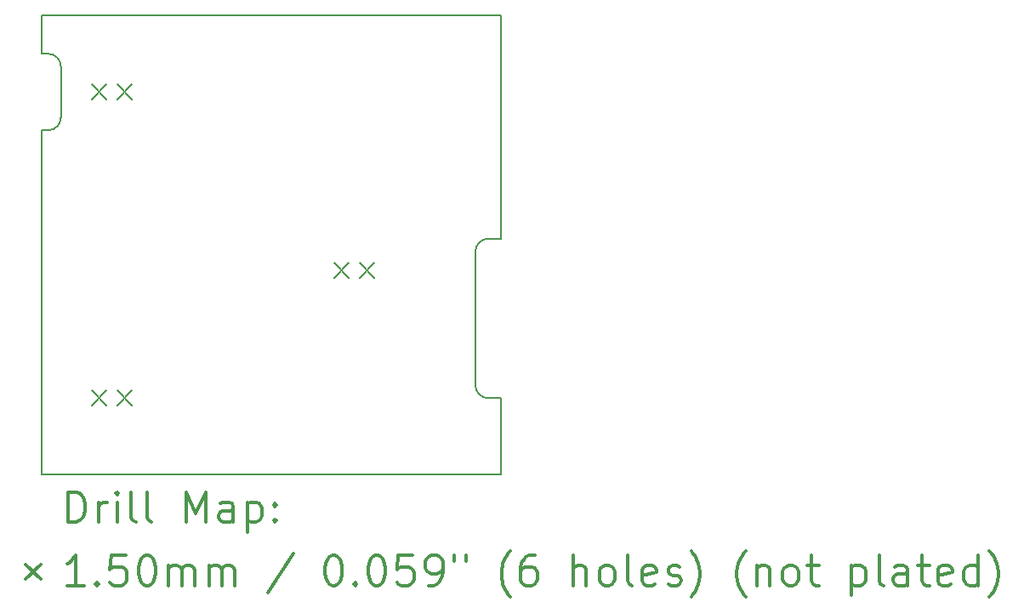
<source format=gbr>
%FSLAX45Y45*%
G04 Gerber Fmt 4.5, Leading zero omitted, Abs format (unit mm)*
G04 Created by KiCad (PCBNEW 4.0.7) date 08/08/18 17:07:15*
%MOMM*%
%LPD*%
G01*
G04 APERTURE LIST*
%ADD10C,0.127000*%
%ADD11C,0.150000*%
%ADD12C,0.200000*%
%ADD13C,0.300000*%
G04 APERTURE END LIST*
D10*
D11*
X16510000Y-12319000D02*
X16510000Y-12446000D01*
X16383000Y-12319000D02*
X16510000Y-12319000D01*
X16510000Y-10731500D02*
X16510000Y-10604500D01*
X16383000Y-10731500D02*
X16510000Y-10731500D01*
X11938000Y-9652000D02*
X12001500Y-9652000D01*
X11938000Y-9779000D02*
X11938000Y-9652000D01*
X11938000Y-8890000D02*
X12001500Y-8890000D01*
X11938000Y-8763000D02*
X11938000Y-8890000D01*
X11938000Y-9779000D02*
X11938000Y-13017500D01*
X12128500Y-9017000D02*
X12128500Y-9525000D01*
X11938000Y-8509000D02*
X11938000Y-8763000D01*
X16510000Y-13081000D02*
X16510000Y-12446000D01*
X16510000Y-10604500D02*
X16510000Y-8509000D01*
X16383000Y-10731500D02*
G75*
G03X16256000Y-10858500I0J-127000D01*
G01*
X16256000Y-12192000D02*
G75*
G03X16383000Y-12319000I127000J0D01*
G01*
X16256000Y-10858500D02*
X16256000Y-12192000D01*
X11938000Y-8509000D02*
X16510000Y-8509000D01*
X12001500Y-9652000D02*
G75*
G03X12128500Y-9525000I0J127000D01*
G01*
X12128500Y-9017000D02*
G75*
G03X12001500Y-8890000I-127000J0D01*
G01*
X16510000Y-13081000D02*
X11938000Y-13081000D01*
X11938000Y-13017500D02*
X11938000Y-13081000D01*
D12*
X12434500Y-9196000D02*
X12584500Y-9346000D01*
X12584500Y-9196000D02*
X12434500Y-9346000D01*
X12434500Y-12244000D02*
X12584500Y-12394000D01*
X12584500Y-12244000D02*
X12434500Y-12394000D01*
X12688500Y-9196000D02*
X12838500Y-9346000D01*
X12838500Y-9196000D02*
X12688500Y-9346000D01*
X12688500Y-12244000D02*
X12838500Y-12394000D01*
X12838500Y-12244000D02*
X12688500Y-12394000D01*
X14847500Y-10974000D02*
X14997500Y-11124000D01*
X14997500Y-10974000D02*
X14847500Y-11124000D01*
X15101500Y-10974000D02*
X15251500Y-11124000D01*
X15251500Y-10974000D02*
X15101500Y-11124000D01*
D13*
X12201928Y-13554214D02*
X12201928Y-13254214D01*
X12273357Y-13254214D01*
X12316214Y-13268500D01*
X12344786Y-13297071D01*
X12359071Y-13325643D01*
X12373357Y-13382786D01*
X12373357Y-13425643D01*
X12359071Y-13482786D01*
X12344786Y-13511357D01*
X12316214Y-13539929D01*
X12273357Y-13554214D01*
X12201928Y-13554214D01*
X12501928Y-13554214D02*
X12501928Y-13354214D01*
X12501928Y-13411357D02*
X12516214Y-13382786D01*
X12530500Y-13368500D01*
X12559071Y-13354214D01*
X12587643Y-13354214D01*
X12687643Y-13554214D02*
X12687643Y-13354214D01*
X12687643Y-13254214D02*
X12673357Y-13268500D01*
X12687643Y-13282786D01*
X12701928Y-13268500D01*
X12687643Y-13254214D01*
X12687643Y-13282786D01*
X12873357Y-13554214D02*
X12844786Y-13539929D01*
X12830500Y-13511357D01*
X12830500Y-13254214D01*
X13030500Y-13554214D02*
X13001928Y-13539929D01*
X12987643Y-13511357D01*
X12987643Y-13254214D01*
X13373357Y-13554214D02*
X13373357Y-13254214D01*
X13473357Y-13468500D01*
X13573357Y-13254214D01*
X13573357Y-13554214D01*
X13844786Y-13554214D02*
X13844786Y-13397071D01*
X13830500Y-13368500D01*
X13801928Y-13354214D01*
X13744786Y-13354214D01*
X13716214Y-13368500D01*
X13844786Y-13539929D02*
X13816214Y-13554214D01*
X13744786Y-13554214D01*
X13716214Y-13539929D01*
X13701928Y-13511357D01*
X13701928Y-13482786D01*
X13716214Y-13454214D01*
X13744786Y-13439929D01*
X13816214Y-13439929D01*
X13844786Y-13425643D01*
X13987643Y-13354214D02*
X13987643Y-13654214D01*
X13987643Y-13368500D02*
X14016214Y-13354214D01*
X14073357Y-13354214D01*
X14101928Y-13368500D01*
X14116214Y-13382786D01*
X14130500Y-13411357D01*
X14130500Y-13497071D01*
X14116214Y-13525643D01*
X14101928Y-13539929D01*
X14073357Y-13554214D01*
X14016214Y-13554214D01*
X13987643Y-13539929D01*
X14259071Y-13525643D02*
X14273357Y-13539929D01*
X14259071Y-13554214D01*
X14244786Y-13539929D01*
X14259071Y-13525643D01*
X14259071Y-13554214D01*
X14259071Y-13368500D02*
X14273357Y-13382786D01*
X14259071Y-13397071D01*
X14244786Y-13382786D01*
X14259071Y-13368500D01*
X14259071Y-13397071D01*
X11780500Y-13973500D02*
X11930500Y-14123500D01*
X11930500Y-13973500D02*
X11780500Y-14123500D01*
X12359071Y-14184214D02*
X12187643Y-14184214D01*
X12273357Y-14184214D02*
X12273357Y-13884214D01*
X12244786Y-13927071D01*
X12216214Y-13955643D01*
X12187643Y-13969929D01*
X12487643Y-14155643D02*
X12501928Y-14169929D01*
X12487643Y-14184214D01*
X12473357Y-14169929D01*
X12487643Y-14155643D01*
X12487643Y-14184214D01*
X12773357Y-13884214D02*
X12630500Y-13884214D01*
X12616214Y-14027071D01*
X12630500Y-14012786D01*
X12659071Y-13998500D01*
X12730500Y-13998500D01*
X12759071Y-14012786D01*
X12773357Y-14027071D01*
X12787643Y-14055643D01*
X12787643Y-14127071D01*
X12773357Y-14155643D01*
X12759071Y-14169929D01*
X12730500Y-14184214D01*
X12659071Y-14184214D01*
X12630500Y-14169929D01*
X12616214Y-14155643D01*
X12973357Y-13884214D02*
X13001928Y-13884214D01*
X13030500Y-13898500D01*
X13044786Y-13912786D01*
X13059071Y-13941357D01*
X13073357Y-13998500D01*
X13073357Y-14069929D01*
X13059071Y-14127071D01*
X13044786Y-14155643D01*
X13030500Y-14169929D01*
X13001928Y-14184214D01*
X12973357Y-14184214D01*
X12944786Y-14169929D01*
X12930500Y-14155643D01*
X12916214Y-14127071D01*
X12901928Y-14069929D01*
X12901928Y-13998500D01*
X12916214Y-13941357D01*
X12930500Y-13912786D01*
X12944786Y-13898500D01*
X12973357Y-13884214D01*
X13201928Y-14184214D02*
X13201928Y-13984214D01*
X13201928Y-14012786D02*
X13216214Y-13998500D01*
X13244786Y-13984214D01*
X13287643Y-13984214D01*
X13316214Y-13998500D01*
X13330500Y-14027071D01*
X13330500Y-14184214D01*
X13330500Y-14027071D02*
X13344786Y-13998500D01*
X13373357Y-13984214D01*
X13416214Y-13984214D01*
X13444786Y-13998500D01*
X13459071Y-14027071D01*
X13459071Y-14184214D01*
X13601928Y-14184214D02*
X13601928Y-13984214D01*
X13601928Y-14012786D02*
X13616214Y-13998500D01*
X13644786Y-13984214D01*
X13687643Y-13984214D01*
X13716214Y-13998500D01*
X13730500Y-14027071D01*
X13730500Y-14184214D01*
X13730500Y-14027071D02*
X13744786Y-13998500D01*
X13773357Y-13984214D01*
X13816214Y-13984214D01*
X13844786Y-13998500D01*
X13859071Y-14027071D01*
X13859071Y-14184214D01*
X14444786Y-13869929D02*
X14187643Y-14255643D01*
X14830500Y-13884214D02*
X14859071Y-13884214D01*
X14887643Y-13898500D01*
X14901928Y-13912786D01*
X14916214Y-13941357D01*
X14930500Y-13998500D01*
X14930500Y-14069929D01*
X14916214Y-14127071D01*
X14901928Y-14155643D01*
X14887643Y-14169929D01*
X14859071Y-14184214D01*
X14830500Y-14184214D01*
X14801928Y-14169929D01*
X14787643Y-14155643D01*
X14773357Y-14127071D01*
X14759071Y-14069929D01*
X14759071Y-13998500D01*
X14773357Y-13941357D01*
X14787643Y-13912786D01*
X14801928Y-13898500D01*
X14830500Y-13884214D01*
X15059071Y-14155643D02*
X15073357Y-14169929D01*
X15059071Y-14184214D01*
X15044786Y-14169929D01*
X15059071Y-14155643D01*
X15059071Y-14184214D01*
X15259071Y-13884214D02*
X15287643Y-13884214D01*
X15316214Y-13898500D01*
X15330500Y-13912786D01*
X15344785Y-13941357D01*
X15359071Y-13998500D01*
X15359071Y-14069929D01*
X15344785Y-14127071D01*
X15330500Y-14155643D01*
X15316214Y-14169929D01*
X15287643Y-14184214D01*
X15259071Y-14184214D01*
X15230500Y-14169929D01*
X15216214Y-14155643D01*
X15201928Y-14127071D01*
X15187643Y-14069929D01*
X15187643Y-13998500D01*
X15201928Y-13941357D01*
X15216214Y-13912786D01*
X15230500Y-13898500D01*
X15259071Y-13884214D01*
X15630500Y-13884214D02*
X15487643Y-13884214D01*
X15473357Y-14027071D01*
X15487643Y-14012786D01*
X15516214Y-13998500D01*
X15587643Y-13998500D01*
X15616214Y-14012786D01*
X15630500Y-14027071D01*
X15644785Y-14055643D01*
X15644785Y-14127071D01*
X15630500Y-14155643D01*
X15616214Y-14169929D01*
X15587643Y-14184214D01*
X15516214Y-14184214D01*
X15487643Y-14169929D01*
X15473357Y-14155643D01*
X15787643Y-14184214D02*
X15844785Y-14184214D01*
X15873357Y-14169929D01*
X15887643Y-14155643D01*
X15916214Y-14112786D01*
X15930500Y-14055643D01*
X15930500Y-13941357D01*
X15916214Y-13912786D01*
X15901928Y-13898500D01*
X15873357Y-13884214D01*
X15816214Y-13884214D01*
X15787643Y-13898500D01*
X15773357Y-13912786D01*
X15759071Y-13941357D01*
X15759071Y-14012786D01*
X15773357Y-14041357D01*
X15787643Y-14055643D01*
X15816214Y-14069929D01*
X15873357Y-14069929D01*
X15901928Y-14055643D01*
X15916214Y-14041357D01*
X15930500Y-14012786D01*
X16044786Y-13884214D02*
X16044786Y-13941357D01*
X16159071Y-13884214D02*
X16159071Y-13941357D01*
X16601928Y-14298500D02*
X16587643Y-14284214D01*
X16559071Y-14241357D01*
X16544785Y-14212786D01*
X16530500Y-14169929D01*
X16516214Y-14098500D01*
X16516214Y-14041357D01*
X16530500Y-13969929D01*
X16544785Y-13927071D01*
X16559071Y-13898500D01*
X16587643Y-13855643D01*
X16601928Y-13841357D01*
X16844786Y-13884214D02*
X16787643Y-13884214D01*
X16759071Y-13898500D01*
X16744785Y-13912786D01*
X16716214Y-13955643D01*
X16701928Y-14012786D01*
X16701928Y-14127071D01*
X16716214Y-14155643D01*
X16730500Y-14169929D01*
X16759071Y-14184214D01*
X16816214Y-14184214D01*
X16844786Y-14169929D01*
X16859071Y-14155643D01*
X16873357Y-14127071D01*
X16873357Y-14055643D01*
X16859071Y-14027071D01*
X16844786Y-14012786D01*
X16816214Y-13998500D01*
X16759071Y-13998500D01*
X16730500Y-14012786D01*
X16716214Y-14027071D01*
X16701928Y-14055643D01*
X17230500Y-14184214D02*
X17230500Y-13884214D01*
X17359071Y-14184214D02*
X17359071Y-14027071D01*
X17344786Y-13998500D01*
X17316214Y-13984214D01*
X17273357Y-13984214D01*
X17244786Y-13998500D01*
X17230500Y-14012786D01*
X17544786Y-14184214D02*
X17516214Y-14169929D01*
X17501928Y-14155643D01*
X17487643Y-14127071D01*
X17487643Y-14041357D01*
X17501928Y-14012786D01*
X17516214Y-13998500D01*
X17544786Y-13984214D01*
X17587643Y-13984214D01*
X17616214Y-13998500D01*
X17630500Y-14012786D01*
X17644786Y-14041357D01*
X17644786Y-14127071D01*
X17630500Y-14155643D01*
X17616214Y-14169929D01*
X17587643Y-14184214D01*
X17544786Y-14184214D01*
X17816214Y-14184214D02*
X17787643Y-14169929D01*
X17773357Y-14141357D01*
X17773357Y-13884214D01*
X18044786Y-14169929D02*
X18016214Y-14184214D01*
X17959071Y-14184214D01*
X17930500Y-14169929D01*
X17916214Y-14141357D01*
X17916214Y-14027071D01*
X17930500Y-13998500D01*
X17959071Y-13984214D01*
X18016214Y-13984214D01*
X18044786Y-13998500D01*
X18059071Y-14027071D01*
X18059071Y-14055643D01*
X17916214Y-14084214D01*
X18173357Y-14169929D02*
X18201929Y-14184214D01*
X18259071Y-14184214D01*
X18287643Y-14169929D01*
X18301929Y-14141357D01*
X18301929Y-14127071D01*
X18287643Y-14098500D01*
X18259071Y-14084214D01*
X18216214Y-14084214D01*
X18187643Y-14069929D01*
X18173357Y-14041357D01*
X18173357Y-14027071D01*
X18187643Y-13998500D01*
X18216214Y-13984214D01*
X18259071Y-13984214D01*
X18287643Y-13998500D01*
X18401928Y-14298500D02*
X18416214Y-14284214D01*
X18444786Y-14241357D01*
X18459071Y-14212786D01*
X18473357Y-14169929D01*
X18487643Y-14098500D01*
X18487643Y-14041357D01*
X18473357Y-13969929D01*
X18459071Y-13927071D01*
X18444786Y-13898500D01*
X18416214Y-13855643D01*
X18401928Y-13841357D01*
X18944786Y-14298500D02*
X18930500Y-14284214D01*
X18901928Y-14241357D01*
X18887643Y-14212786D01*
X18873357Y-14169929D01*
X18859071Y-14098500D01*
X18859071Y-14041357D01*
X18873357Y-13969929D01*
X18887643Y-13927071D01*
X18901928Y-13898500D01*
X18930500Y-13855643D01*
X18944786Y-13841357D01*
X19059071Y-13984214D02*
X19059071Y-14184214D01*
X19059071Y-14012786D02*
X19073357Y-13998500D01*
X19101928Y-13984214D01*
X19144786Y-13984214D01*
X19173357Y-13998500D01*
X19187643Y-14027071D01*
X19187643Y-14184214D01*
X19373357Y-14184214D02*
X19344786Y-14169929D01*
X19330500Y-14155643D01*
X19316214Y-14127071D01*
X19316214Y-14041357D01*
X19330500Y-14012786D01*
X19344786Y-13998500D01*
X19373357Y-13984214D01*
X19416214Y-13984214D01*
X19444786Y-13998500D01*
X19459071Y-14012786D01*
X19473357Y-14041357D01*
X19473357Y-14127071D01*
X19459071Y-14155643D01*
X19444786Y-14169929D01*
X19416214Y-14184214D01*
X19373357Y-14184214D01*
X19559071Y-13984214D02*
X19673357Y-13984214D01*
X19601929Y-13884214D02*
X19601929Y-14141357D01*
X19616214Y-14169929D01*
X19644786Y-14184214D01*
X19673357Y-14184214D01*
X20001929Y-13984214D02*
X20001929Y-14284214D01*
X20001929Y-13998500D02*
X20030500Y-13984214D01*
X20087643Y-13984214D01*
X20116214Y-13998500D01*
X20130500Y-14012786D01*
X20144786Y-14041357D01*
X20144786Y-14127071D01*
X20130500Y-14155643D01*
X20116214Y-14169929D01*
X20087643Y-14184214D01*
X20030500Y-14184214D01*
X20001929Y-14169929D01*
X20316214Y-14184214D02*
X20287643Y-14169929D01*
X20273357Y-14141357D01*
X20273357Y-13884214D01*
X20559071Y-14184214D02*
X20559071Y-14027071D01*
X20544786Y-13998500D01*
X20516214Y-13984214D01*
X20459071Y-13984214D01*
X20430500Y-13998500D01*
X20559071Y-14169929D02*
X20530500Y-14184214D01*
X20459071Y-14184214D01*
X20430500Y-14169929D01*
X20416214Y-14141357D01*
X20416214Y-14112786D01*
X20430500Y-14084214D01*
X20459071Y-14069929D01*
X20530500Y-14069929D01*
X20559071Y-14055643D01*
X20659071Y-13984214D02*
X20773357Y-13984214D01*
X20701929Y-13884214D02*
X20701929Y-14141357D01*
X20716214Y-14169929D01*
X20744786Y-14184214D01*
X20773357Y-14184214D01*
X20987643Y-14169929D02*
X20959072Y-14184214D01*
X20901929Y-14184214D01*
X20873357Y-14169929D01*
X20859072Y-14141357D01*
X20859072Y-14027071D01*
X20873357Y-13998500D01*
X20901929Y-13984214D01*
X20959072Y-13984214D01*
X20987643Y-13998500D01*
X21001929Y-14027071D01*
X21001929Y-14055643D01*
X20859072Y-14084214D01*
X21259072Y-14184214D02*
X21259072Y-13884214D01*
X21259072Y-14169929D02*
X21230500Y-14184214D01*
X21173357Y-14184214D01*
X21144786Y-14169929D01*
X21130500Y-14155643D01*
X21116214Y-14127071D01*
X21116214Y-14041357D01*
X21130500Y-14012786D01*
X21144786Y-13998500D01*
X21173357Y-13984214D01*
X21230500Y-13984214D01*
X21259072Y-13998500D01*
X21373357Y-14298500D02*
X21387643Y-14284214D01*
X21416214Y-14241357D01*
X21430500Y-14212786D01*
X21444786Y-14169929D01*
X21459072Y-14098500D01*
X21459072Y-14041357D01*
X21444786Y-13969929D01*
X21430500Y-13927071D01*
X21416214Y-13898500D01*
X21387643Y-13855643D01*
X21373357Y-13841357D01*
M02*

</source>
